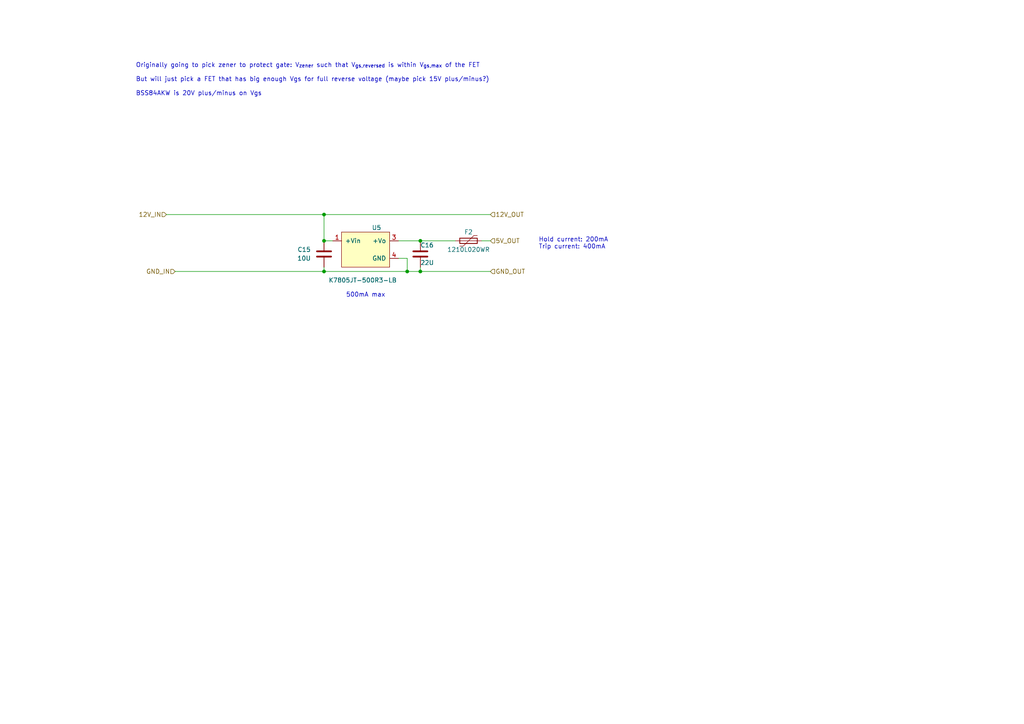
<source format=kicad_sch>
(kicad_sch (version 20230121) (generator eeschema)
  (paper "A4")
  (lib_symbols
    (symbol "Device:C" (pin_numbers hide) (pin_names (offset 0.254))
      (property "Reference" "C" (at 0.635 2.54 0))
      (property "Value" "C" (at 0.635 -2.54 0))
      (symbol "C_0_1"
        (polyline (pts (xy -2.032 -0.762) (xy 2.032 -0.762)) (stroke (width 0.508)))
        (polyline (pts (xy -2.032 0.762) (xy 2.032 0.762)) (stroke (width 0.508)))
      )
      (symbol "C_1_1"
        (pin passive line (at 0 3.81 270) (length 2.794) (name "~") (number "1"))
        (pin passive line (at 0 -3.81 90) (length 2.794) (name "~") (number "2"))
      )
    )
    (symbol "Device:Polyfuse" (pin_numbers hide) (pin_names (offset 0))
      (property "Reference" "F" (at -2.54 0 90))
      (property "Value" "Polyfuse" (at 2.54 0 90))
      (symbol "Polyfuse_0_1"
        (rectangle (start -0.762 2.54) (end 0.762 -2.54) (stroke (width 0.254)))
        (polyline (pts (xy 0 2.54) (xy 0 -2.54)))
        (polyline (pts (xy -1.524 2.54) (xy -1.524 1.524) (xy 1.524 -1.524) (xy 1.524 -2.54)))
      )
      (symbol "Polyfuse_1_1"
        (pin passive line (at 0 3.81 270) (length 1.27) (name "~") (number "1"))
        (pin passive line (at 0 -3.81 90) (length 1.27) (name "~") (number "2"))
      )
    )
    (symbol "william_dc_dc:K7805JT-500R3-LB" (pin_names (offset 1.016))
      (property "Reference" "U" (at 2.54 6.35 0))
      (property "Value" "K7805JT-500R3-LB	" (at 5.08 -6.35 0))
      (symbol "K7805JT-500R3-LB_0_1"
        (rectangle (start -5.08 5.08) (end 8.89 -5.08) (fill (type background)))
      )
      (symbol "K7805JT-500R3-LB_1_0"
        (pin power_out line (at 11.43 -2.54 180) (length 2.54) (name "GND") (number "4"))
      )
      (symbol "K7805JT-500R3-LB_1_1"
        (pin power_in line (at -7.62 2.54 0) (length 2.54) (name "+Vin") (number "1"))
        (pin no_connect line (at -5.08 -2.54 0) (length 2.54) hide (name "NC") (number "2"))
        (pin power_out line (at 11.43 2.54 180) (length 2.54) (name "+Vo") (number "3"))
      )
    )
  )
  (junction (at 93.98 62.23))
  (junction (at 121.92 78.74))
  (junction (at 93.98 69.85))
  (junction (at 118.11 78.74))
  (junction (at 93.98 78.74))
  (junction (at 121.92 69.85))
  (wire (pts (xy 93.98 69.85) (xy 96.52 69.85)))
  (wire (pts (xy 121.92 77.47) (xy 121.92 78.74)))
  (wire (pts (xy 121.92 78.74) (xy 142.24 78.74)))
  (wire (pts (xy 48.26 62.23) (xy 93.98 62.23)))
  (wire (pts (xy 93.98 62.23) (xy 93.98 69.85)))
  (wire (pts (xy 118.11 78.74) (xy 118.11 74.93)))
  (wire (pts (xy 115.57 69.85) (xy 121.92 69.85)))
  (wire (pts (xy 93.98 77.47) (xy 93.98 78.74)))
  (wire (pts (xy 121.92 69.85) (xy 132.08 69.85)))
  (wire (pts (xy 118.11 78.74) (xy 121.92 78.74)))
  (wire (pts (xy 139.7 69.85) (xy 142.24 69.85)))
  (wire (pts (xy 93.98 78.74) (xy 118.11 78.74)))
  (wire (pts (xy 142.24 62.23) (xy 93.98 62.23)))
  (wire (pts (xy 50.8 78.74) (xy 93.98 78.74)))
  (wire (pts (xy 118.11 74.93) (xy 115.57 74.93)))
  (text "500mA max" (at 100.33 86.36 0) (effects (font (size 1.27 1.27)) (justify left bottom)))
  (text "Originally going to pick zener to protect gate: V_{zener} such that V_{gs,reversed} is within V_{gs,max} of the FET\n\nBut will just pick a FET that has big enough Vgs for full reverse voltage (maybe pick 15V plus/minus?)\n\nBSS84AKW is 20V plus/minus on Vgs" (at 39.37 27.94 0) (effects (font (size 1.27 1.27)) (justify left bottom)))
  (text "Hold current: 200mA\nTrip current: 400mA" (at 156.21 72.39 0) (effects (font (size 1.27 1.27)) (justify left bottom)))
  (hierarchical_label "12V_IN" (shape input) (at 48.26 62.23 180))
  (hierarchical_label "GND_OUT" (shape input) (at 142.24 78.74 0))
  (hierarchical_label "12V_OUT" (shape input) (at 142.24 62.23 0))
  (hierarchical_label "GND_IN" (shape input) (at 50.8 78.74 180))
  (hierarchical_label "5V_OUT" (shape input) (at 142.24 69.85 0))
  (symbol (lib_id "Device:C") (at 121.92 73.66 0) (mirror y) (unit 1)
    (property "Reference" "C26" (at 121.92 71.12 0) (effects (justify right)))
    (property "Value" "22U" (at 121.92 76.2 0) (effects (justify right)))
    (property "Footprint" "Capacitor_SMD:C_0805_2012Metric" (effects hide))
    (instances (project "main" (path "" (reference "C16") (unit 1))))
  )
  (symbol (lib_id "Device:Polyfuse") (at 135.89 69.85 90) (unit 1)
    (property "Reference" "F2" (at 135.89 67.31 90))
    (property "Value" "1210L020WR" (at 135.89 72.39 90))
    (property "Footprint" "Fuse:Fuse_1210_3225Metric" (effects hide))
  )
  (symbol (lib_id "william_dc_dc:K7805JT-500R3-LB") (at 104.14 72.39 0) (unit 1)
    (property "Reference" "U3" (at 109.22 66.04 0))
    (property "Value" "K7805JT-500R3-LB	" (at 107.95 81.28 0))
    (property "Footprint" "william_dc_dc:K78_JT-500R3-LB" (effects hide))
    (property "Datasheet" "https://www.mornsun-power.com/html/pdf/K7805JT-500R3-LB.html" (effects hide))
    (instances (project "main" (path "" (reference "U5") (unit 1))))
  )
  (symbol (lib_id "Device:C") (at 93.98 73.66 0) (unit 1)
    (property "Reference" "C22" (at 90.17 72.39 0) (effects (justify right)))
    (property "Value" "10U" (at 90.17 74.93 0) (effects (justify right)))
    (property "Footprint" "Capacitor_SMD:C_0805_2012Metric" (effects hide))
    (instances (project "main" (path "" (reference "C15") (unit 1))))
  )
)
</source>
